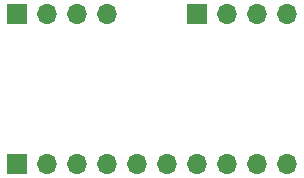
<source format=gbs>
G04 #@! TF.GenerationSoftware,KiCad,Pcbnew,6.0.5+dfsg-1~bpo11+1*
G04 #@! TF.CreationDate,2022-12-25T14:08:46+00:00*
G04 #@! TF.ProjectId,stm32l0_mod_source,73746d33-326c-4305-9f6d-6f645f736f75,0.1*
G04 #@! TF.SameCoordinates,Original*
G04 #@! TF.FileFunction,Soldermask,Bot*
G04 #@! TF.FilePolarity,Negative*
%FSLAX46Y46*%
G04 Gerber Fmt 4.6, Leading zero omitted, Abs format (unit mm)*
G04 Created by KiCad (PCBNEW 6.0.5+dfsg-1~bpo11+1) date 2022-12-25 14:08:46*
%MOMM*%
%LPD*%
G01*
G04 APERTURE LIST*
%ADD10R,1.700000X1.700000*%
%ADD11O,1.700000X1.700000*%
G04 APERTURE END LIST*
D10*
X149860000Y-93980000D03*
D11*
X152400000Y-93980000D03*
X154940000Y-93980000D03*
X157480000Y-93980000D03*
D10*
X134620000Y-93980000D03*
D11*
X137160000Y-93980000D03*
X139700000Y-93980000D03*
X142240000Y-93980000D03*
D10*
X134620000Y-106680000D03*
D11*
X137160000Y-106680000D03*
X139700000Y-106680000D03*
X142240000Y-106680000D03*
X144780000Y-106680000D03*
X147320000Y-106680000D03*
X149860000Y-106680000D03*
X152400000Y-106680000D03*
X154940000Y-106680000D03*
X157480000Y-106680000D03*
M02*

</source>
